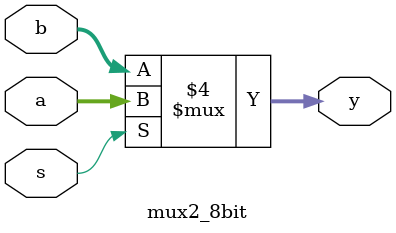
<source format=v>
module mux2_8bit(a,b,s,y); ////8bits 2-to-1 MUX
  input [7:0] a, b;
  input s;
  output [7:0] y;
  reg [7:0] y;
  
  always@(a,b,s) begin
    if(s==0) begin
      y=b;
    end
    else begin
      y=a;
    end
  end
  
endmodule

</source>
